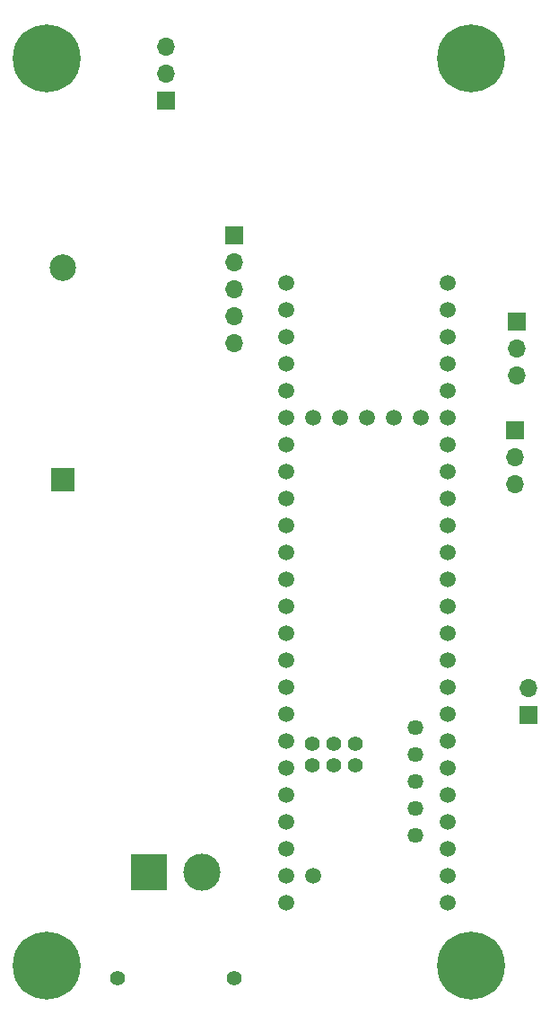
<source format=gbr>
%TF.GenerationSoftware,KiCad,Pcbnew,7.0.10*%
%TF.CreationDate,2024-05-30T01:56:09-07:00*%
%TF.ProjectId,APRL,4150524c-2e6b-4696-9361-645f70636258,rev?*%
%TF.SameCoordinates,Original*%
%TF.FileFunction,Soldermask,Bot*%
%TF.FilePolarity,Negative*%
%FSLAX46Y46*%
G04 Gerber Fmt 4.6, Leading zero omitted, Abs format (unit mm)*
G04 Created by KiCad (PCBNEW 7.0.10) date 2024-05-30 01:56:09*
%MOMM*%
%LPD*%
G01*
G04 APERTURE LIST*
%ADD10C,1.400000*%
%ADD11R,3.500000X3.500000*%
%ADD12C,3.500000*%
%ADD13C,0.800000*%
%ADD14C,6.400000*%
%ADD15R,1.700000X1.700000*%
%ADD16O,1.700000X1.700000*%
%ADD17R,2.170000X2.170000*%
%ADD18C,2.500000*%
%ADD19C,1.512000*%
%ADD20C,1.462000*%
%ADD21C,1.412000*%
G04 APERTURE END LIST*
D10*
%TO.C,BT1*%
X144500000Y-141175000D03*
X133500000Y-141175000D03*
D11*
X136500000Y-131175000D03*
D12*
X141500000Y-131175000D03*
%TD*%
D13*
%TO.C,REF\u002A\u002A*%
X124450000Y-54500000D03*
X125152944Y-52802944D03*
X125152944Y-56197056D03*
X126850000Y-52100000D03*
D14*
X126850000Y-54500000D03*
D13*
X126850000Y-56900000D03*
X128547056Y-52802944D03*
X128547056Y-56197056D03*
X129250000Y-54500000D03*
%TD*%
D15*
%TO.C,J1*%
X138100000Y-58450000D03*
D16*
X138100000Y-55910000D03*
X138100000Y-53370000D03*
%TD*%
D15*
%TO.C,SPI*%
X171150000Y-79300000D03*
D16*
X171150000Y-81840000D03*
X171150000Y-84380000D03*
%TD*%
D13*
%TO.C,REF\u002A\u002A*%
X124450000Y-140000000D03*
X125152944Y-138302944D03*
X125152944Y-141697056D03*
X126850000Y-137600000D03*
D14*
X126850000Y-140000000D03*
D13*
X126850000Y-142400000D03*
X128547056Y-138302944D03*
X128547056Y-141697056D03*
X129250000Y-140000000D03*
%TD*%
%TO.C,REF\u002A\u002A*%
X164450000Y-54500000D03*
X165152944Y-52802944D03*
X165152944Y-56197056D03*
X166850000Y-52100000D03*
D14*
X166850000Y-54500000D03*
D13*
X166850000Y-56900000D03*
X168547056Y-52802944D03*
X168547056Y-56197056D03*
X169250000Y-54500000D03*
%TD*%
%TO.C,REF\u002A\u002A*%
X164450000Y-140000000D03*
X165152944Y-138302944D03*
X165152944Y-141697056D03*
X166850000Y-137600000D03*
D14*
X166850000Y-140000000D03*
D13*
X166850000Y-142400000D03*
X168547056Y-138302944D03*
X168547056Y-141697056D03*
X169250000Y-140000000D03*
%TD*%
D15*
%TO.C,I/O*%
X144500000Y-71200000D03*
D16*
X144500000Y-73740000D03*
X144500000Y-76280000D03*
X144500000Y-78820000D03*
X144500000Y-81360000D03*
%TD*%
D17*
%TO.C,BAT1*%
X128350000Y-94225700D03*
D18*
X128350000Y-74225700D03*
%TD*%
D15*
%TO.C,SPI1*%
X171050000Y-89525000D03*
D16*
X171050000Y-92065000D03*
X171050000Y-94605000D03*
%TD*%
D19*
%TO.C,MCU1*%
X164700000Y-131530000D03*
X164700000Y-128990000D03*
X164700000Y-126450000D03*
X164700000Y-123910000D03*
X164700000Y-98510000D03*
X149460000Y-128990000D03*
X159620000Y-88350000D03*
X164700000Y-121370000D03*
X164700000Y-118830000D03*
D20*
X161650000Y-127720000D03*
D19*
X164700000Y-116290000D03*
X164700000Y-113750000D03*
X164700000Y-111210000D03*
X164700000Y-108670000D03*
X164700000Y-106130000D03*
X164700000Y-103590000D03*
X164700000Y-101050000D03*
X149460000Y-101050000D03*
X149460000Y-103590000D03*
X149460000Y-106130000D03*
X149460000Y-108670000D03*
X149460000Y-111210000D03*
X149460000Y-113750000D03*
X149460000Y-116290000D03*
X149460000Y-118830000D03*
X149460000Y-121370000D03*
X149460000Y-123910000D03*
X149460000Y-126450000D03*
X164700000Y-95970000D03*
X164700000Y-93430000D03*
X164700000Y-90890000D03*
X164700000Y-88350000D03*
X164700000Y-85810000D03*
X164700000Y-83270000D03*
X164700000Y-80730000D03*
X164700000Y-78190000D03*
X164700000Y-75650000D03*
X149460000Y-75650000D03*
X149460000Y-78190000D03*
X149460000Y-80730000D03*
X149460000Y-83270000D03*
X149460000Y-85810000D03*
X149460000Y-88350000D03*
X149460000Y-90890000D03*
X149460000Y-93430000D03*
X149460000Y-95970000D03*
D20*
X161650000Y-122640000D03*
X161650000Y-125180000D03*
D19*
X164700000Y-134070000D03*
X149460000Y-98510000D03*
X149460000Y-131530000D03*
X157080000Y-88350000D03*
D21*
X153910000Y-119100000D03*
X153910000Y-121100000D03*
D19*
X152000000Y-88350000D03*
X154540000Y-88350000D03*
D21*
X151910000Y-121100000D03*
X151910000Y-119100000D03*
X155910000Y-119100000D03*
X155910000Y-121100000D03*
D20*
X161650000Y-120100000D03*
X161650000Y-117560000D03*
D19*
X162160000Y-88350000D03*
X149460000Y-134070000D03*
X152000000Y-131530000D03*
%TD*%
D15*
%TO.C,I2C*%
X172250000Y-116350000D03*
D16*
X172250000Y-113810000D03*
%TD*%
M02*

</source>
